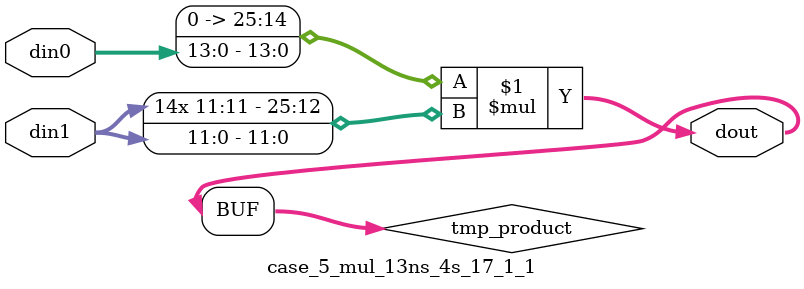
<source format=v>

`timescale 1 ns / 1 ps

 (* use_dsp = "no" *)  module case_5_mul_13ns_4s_17_1_1(din0, din1, dout);
parameter ID = 1;
parameter NUM_STAGE = 0;
parameter din0_WIDTH = 14;
parameter din1_WIDTH = 12;
parameter dout_WIDTH = 26;

input [din0_WIDTH - 1 : 0] din0; 
input [din1_WIDTH - 1 : 0] din1; 
output [dout_WIDTH - 1 : 0] dout;

wire signed [dout_WIDTH - 1 : 0] tmp_product;

























assign tmp_product = $signed({1'b0, din0}) * $signed(din1);










assign dout = tmp_product;





















endmodule

</source>
